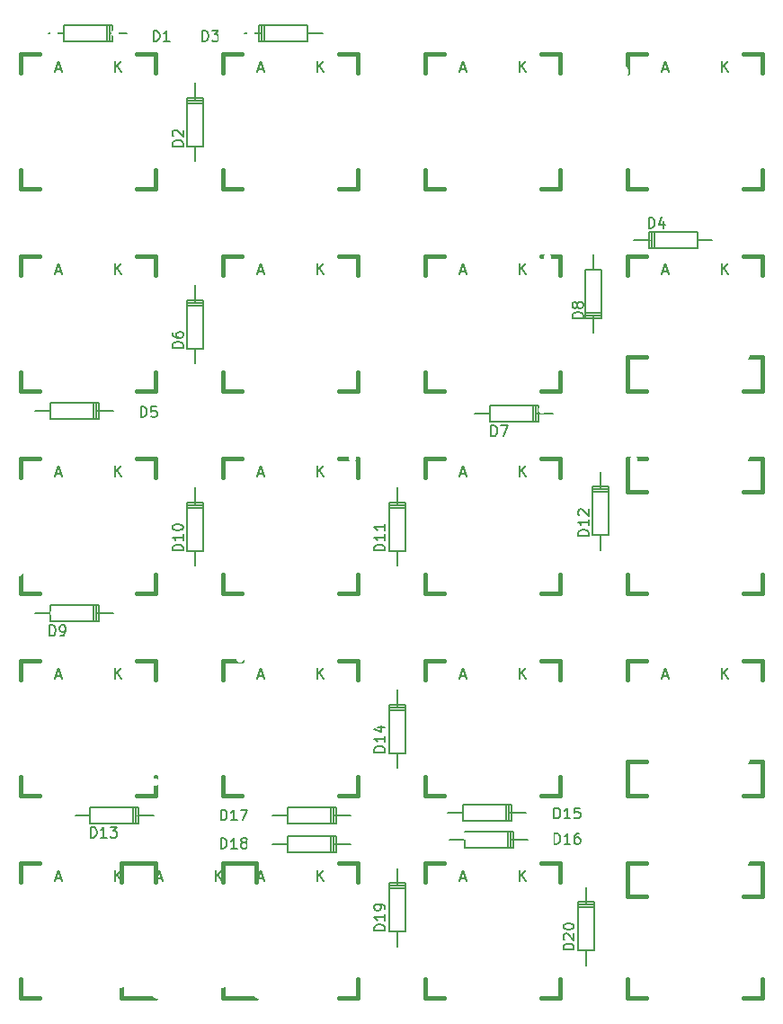
<source format=gto>
G04 #@! TF.FileFunction,Legend,Top*
%FSLAX46Y46*%
G04 Gerber Fmt 4.6, Leading zero omitted, Abs format (unit mm)*
G04 Created by KiCad (PCBNEW 4.0.2-stable) date Thursday, July 28, 2016 'PMt' 07:50:01 PM*
%MOMM*%
G01*
G04 APERTURE LIST*
%ADD10C,0.150000*%
%ADD11C,0.381000*%
%ADD12C,0.704800*%
%ADD13C,2.099260*%
%ADD14R,2.099260X2.099260*%
%ADD15C,4.387810*%
%ADD16C,2.900000*%
%ADD17R,2.400000X2.400000*%
%ADD18C,2.400000*%
%ADD19C,1.299160*%
G04 APERTURE END LIST*
D10*
X73544000Y-96250000D02*
X72147000Y-96250000D01*
X77989000Y-96250000D02*
X79513000Y-96250000D01*
X77608000Y-97012000D02*
X77608000Y-95488000D01*
X77862000Y-97012000D02*
X77862000Y-95488000D01*
X78116000Y-96250000D02*
X78116000Y-95488000D01*
X78116000Y-95488000D02*
X73544000Y-95488000D01*
X73544000Y-95488000D02*
X73544000Y-97012000D01*
X73544000Y-97012000D02*
X78116000Y-97012000D01*
X78116000Y-97012000D02*
X78116000Y-96250000D01*
D11*
X44450000Y-111125000D02*
X42672000Y-111125000D01*
X33528000Y-111125000D02*
X31750000Y-111125000D01*
X31750000Y-111125000D02*
X31750000Y-109347000D01*
X31750000Y-100203000D02*
X31750000Y-98425000D01*
X31750000Y-98425000D02*
X33528000Y-98425000D01*
X42672000Y-98425000D02*
X44450000Y-98425000D01*
X44450000Y-98425000D02*
X44450000Y-100203000D01*
X44450000Y-109347000D02*
X44450000Y-111125000D01*
X63500000Y-111125000D02*
X61722000Y-111125000D01*
X52578000Y-111125000D02*
X50800000Y-111125000D01*
X50800000Y-111125000D02*
X50800000Y-109347000D01*
X50800000Y-100203000D02*
X50800000Y-98425000D01*
X50800000Y-98425000D02*
X52578000Y-98425000D01*
X61722000Y-98425000D02*
X63500000Y-98425000D01*
X63500000Y-98425000D02*
X63500000Y-100203000D01*
X63500000Y-109347000D02*
X63500000Y-111125000D01*
X101600000Y-111125000D02*
X99822000Y-111125000D01*
X90678000Y-111125000D02*
X88900000Y-111125000D01*
X88900000Y-111125000D02*
X88900000Y-109347000D01*
X88900000Y-100203000D02*
X88900000Y-98425000D01*
X88900000Y-98425000D02*
X90678000Y-98425000D01*
X99822000Y-98425000D02*
X101600000Y-98425000D01*
X101600000Y-98425000D02*
X101600000Y-100203000D01*
X101600000Y-109347000D02*
X101600000Y-111125000D01*
X101600000Y-92075000D02*
X99822000Y-92075000D01*
X90678000Y-92075000D02*
X88900000Y-92075000D01*
X88900000Y-92075000D02*
X88900000Y-90297000D01*
X88900000Y-81153000D02*
X88900000Y-79375000D01*
X88900000Y-79375000D02*
X90678000Y-79375000D01*
X99822000Y-79375000D02*
X101600000Y-79375000D01*
X101600000Y-79375000D02*
X101600000Y-81153000D01*
X101600000Y-90297000D02*
X101600000Y-92075000D01*
X101600000Y-73025000D02*
X99822000Y-73025000D01*
X90678000Y-73025000D02*
X88900000Y-73025000D01*
X88900000Y-73025000D02*
X88900000Y-71247000D01*
X88900000Y-62103000D02*
X88900000Y-60325000D01*
X88900000Y-60325000D02*
X90678000Y-60325000D01*
X99822000Y-60325000D02*
X101600000Y-60325000D01*
X101600000Y-60325000D02*
X101600000Y-62103000D01*
X101600000Y-71247000D02*
X101600000Y-73025000D01*
X101600000Y-53975000D02*
X99822000Y-53975000D01*
X90678000Y-53975000D02*
X88900000Y-53975000D01*
X88900000Y-53975000D02*
X88900000Y-52197000D01*
X88900000Y-43053000D02*
X88900000Y-41275000D01*
X88900000Y-41275000D02*
X90678000Y-41275000D01*
X99822000Y-41275000D02*
X101600000Y-41275000D01*
X101600000Y-41275000D02*
X101600000Y-43053000D01*
X101600000Y-52197000D02*
X101600000Y-53975000D01*
X44450000Y-34925000D02*
X42672000Y-34925000D01*
X33528000Y-34925000D02*
X31750000Y-34925000D01*
X31750000Y-34925000D02*
X31750000Y-33147000D01*
X31750000Y-24003000D02*
X31750000Y-22225000D01*
X31750000Y-22225000D02*
X33528000Y-22225000D01*
X42672000Y-22225000D02*
X44450000Y-22225000D01*
X44450000Y-22225000D02*
X44450000Y-24003000D01*
X44450000Y-33147000D02*
X44450000Y-34925000D01*
D10*
X35814000Y-20320000D02*
X34417000Y-20320000D01*
X40259000Y-20320000D02*
X41783000Y-20320000D01*
X39878000Y-21082000D02*
X39878000Y-19558000D01*
X40132000Y-21082000D02*
X40132000Y-19558000D01*
X40386000Y-20320000D02*
X40386000Y-19558000D01*
X40386000Y-19558000D02*
X35814000Y-19558000D01*
X35814000Y-19558000D02*
X35814000Y-21082000D01*
X35814000Y-21082000D02*
X40386000Y-21082000D01*
X40386000Y-21082000D02*
X40386000Y-20320000D01*
D11*
X63500000Y-34925000D02*
X61722000Y-34925000D01*
X52578000Y-34925000D02*
X50800000Y-34925000D01*
X50800000Y-34925000D02*
X50800000Y-33147000D01*
X50800000Y-24003000D02*
X50800000Y-22225000D01*
X50800000Y-22225000D02*
X52578000Y-22225000D01*
X61722000Y-22225000D02*
X63500000Y-22225000D01*
X63500000Y-22225000D02*
X63500000Y-24003000D01*
X63500000Y-33147000D02*
X63500000Y-34925000D01*
D10*
X48152540Y-30941520D02*
X48152540Y-32338520D01*
X48152540Y-26496520D02*
X48152540Y-24972520D01*
X48914540Y-26877520D02*
X47390540Y-26877520D01*
X48914540Y-26623520D02*
X47390540Y-26623520D01*
X48152540Y-26369520D02*
X47390540Y-26369520D01*
X47390540Y-26369520D02*
X47390540Y-30941520D01*
X47390540Y-30941520D02*
X48914540Y-30941520D01*
X48914540Y-30941520D02*
X48914540Y-26369520D01*
X48914540Y-26369520D02*
X48152540Y-26369520D01*
D11*
X82550000Y-34925000D02*
X80772000Y-34925000D01*
X71628000Y-34925000D02*
X69850000Y-34925000D01*
X69850000Y-34925000D02*
X69850000Y-33147000D01*
X69850000Y-24003000D02*
X69850000Y-22225000D01*
X69850000Y-22225000D02*
X71628000Y-22225000D01*
X80772000Y-22225000D02*
X82550000Y-22225000D01*
X82550000Y-22225000D02*
X82550000Y-24003000D01*
X82550000Y-33147000D02*
X82550000Y-34925000D01*
D10*
X58801000Y-20320000D02*
X60198000Y-20320000D01*
X54356000Y-20320000D02*
X52832000Y-20320000D01*
X54737000Y-19558000D02*
X54737000Y-21082000D01*
X54483000Y-19558000D02*
X54483000Y-21082000D01*
X54229000Y-20320000D02*
X54229000Y-21082000D01*
X54229000Y-21082000D02*
X58801000Y-21082000D01*
X58801000Y-21082000D02*
X58801000Y-19558000D01*
X58801000Y-19558000D02*
X54229000Y-19558000D01*
X54229000Y-19558000D02*
X54229000Y-20320000D01*
D11*
X101600000Y-34925000D02*
X99822000Y-34925000D01*
X90678000Y-34925000D02*
X88900000Y-34925000D01*
X88900000Y-34925000D02*
X88900000Y-33147000D01*
X88900000Y-24003000D02*
X88900000Y-22225000D01*
X88900000Y-22225000D02*
X90678000Y-22225000D01*
X99822000Y-22225000D02*
X101600000Y-22225000D01*
X101600000Y-22225000D02*
X101600000Y-24003000D01*
X101600000Y-33147000D02*
X101600000Y-34925000D01*
D10*
X95504000Y-39750000D02*
X96901000Y-39750000D01*
X91059000Y-39750000D02*
X89535000Y-39750000D01*
X91440000Y-38988000D02*
X91440000Y-40512000D01*
X91186000Y-38988000D02*
X91186000Y-40512000D01*
X90932000Y-39750000D02*
X90932000Y-40512000D01*
X90932000Y-40512000D02*
X95504000Y-40512000D01*
X95504000Y-40512000D02*
X95504000Y-38988000D01*
X95504000Y-38988000D02*
X90932000Y-38988000D01*
X90932000Y-38988000D02*
X90932000Y-39750000D01*
D11*
X44450000Y-53975000D02*
X42672000Y-53975000D01*
X33528000Y-53975000D02*
X31750000Y-53975000D01*
X31750000Y-53975000D02*
X31750000Y-52197000D01*
X31750000Y-43053000D02*
X31750000Y-41275000D01*
X31750000Y-41275000D02*
X33528000Y-41275000D01*
X42672000Y-41275000D02*
X44450000Y-41275000D01*
X44450000Y-41275000D02*
X44450000Y-43053000D01*
X44450000Y-52197000D02*
X44450000Y-53975000D01*
D10*
X34544000Y-55880000D02*
X33147000Y-55880000D01*
X38989000Y-55880000D02*
X40513000Y-55880000D01*
X38608000Y-56642000D02*
X38608000Y-55118000D01*
X38862000Y-56642000D02*
X38862000Y-55118000D01*
X39116000Y-55880000D02*
X39116000Y-55118000D01*
X39116000Y-55118000D02*
X34544000Y-55118000D01*
X34544000Y-55118000D02*
X34544000Y-56642000D01*
X34544000Y-56642000D02*
X39116000Y-56642000D01*
X39116000Y-56642000D02*
X39116000Y-55880000D01*
D11*
X63500000Y-53975000D02*
X61722000Y-53975000D01*
X52578000Y-53975000D02*
X50800000Y-53975000D01*
X50800000Y-53975000D02*
X50800000Y-52197000D01*
X50800000Y-43053000D02*
X50800000Y-41275000D01*
X50800000Y-41275000D02*
X52578000Y-41275000D01*
X61722000Y-41275000D02*
X63500000Y-41275000D01*
X63500000Y-41275000D02*
X63500000Y-43053000D01*
X63500000Y-52197000D02*
X63500000Y-53975000D01*
D10*
X48152540Y-49991520D02*
X48152540Y-51388520D01*
X48152540Y-45546520D02*
X48152540Y-44022520D01*
X48914540Y-45927520D02*
X47390540Y-45927520D01*
X48914540Y-45673520D02*
X47390540Y-45673520D01*
X48152540Y-45419520D02*
X47390540Y-45419520D01*
X47390540Y-45419520D02*
X47390540Y-49991520D01*
X47390540Y-49991520D02*
X48914540Y-49991520D01*
X48914540Y-49991520D02*
X48914540Y-45419520D01*
X48914540Y-45419520D02*
X48152540Y-45419520D01*
D11*
X82550000Y-53975000D02*
X80772000Y-53975000D01*
X71628000Y-53975000D02*
X69850000Y-53975000D01*
X69850000Y-53975000D02*
X69850000Y-52197000D01*
X69850000Y-43053000D02*
X69850000Y-41275000D01*
X69850000Y-41275000D02*
X71628000Y-41275000D01*
X80772000Y-41275000D02*
X82550000Y-41275000D01*
X82550000Y-41275000D02*
X82550000Y-43053000D01*
X82550000Y-52197000D02*
X82550000Y-53975000D01*
D10*
X75946000Y-56134000D02*
X74549000Y-56134000D01*
X80391000Y-56134000D02*
X81915000Y-56134000D01*
X80010000Y-56896000D02*
X80010000Y-55372000D01*
X80264000Y-56896000D02*
X80264000Y-55372000D01*
X80518000Y-56134000D02*
X80518000Y-55372000D01*
X80518000Y-55372000D02*
X75946000Y-55372000D01*
X75946000Y-55372000D02*
X75946000Y-56896000D01*
X75946000Y-56896000D02*
X80518000Y-56896000D01*
X80518000Y-56896000D02*
X80518000Y-56134000D01*
D11*
X101600000Y-63500000D02*
X99822000Y-63500000D01*
X90678000Y-63500000D02*
X88900000Y-63500000D01*
X88900000Y-63500000D02*
X88900000Y-61722000D01*
X88900000Y-52578000D02*
X88900000Y-50800000D01*
X88900000Y-50800000D02*
X90678000Y-50800000D01*
X99822000Y-50800000D02*
X101600000Y-50800000D01*
X101600000Y-50800000D02*
X101600000Y-52578000D01*
X101600000Y-61722000D02*
X101600000Y-63500000D01*
D10*
X85725000Y-42544000D02*
X85725000Y-41147000D01*
X85725000Y-46989000D02*
X85725000Y-48513000D01*
X84963000Y-46608000D02*
X86487000Y-46608000D01*
X84963000Y-46862000D02*
X86487000Y-46862000D01*
X85725000Y-47116000D02*
X86487000Y-47116000D01*
X86487000Y-47116000D02*
X86487000Y-42544000D01*
X86487000Y-42544000D02*
X84963000Y-42544000D01*
X84963000Y-42544000D02*
X84963000Y-47116000D01*
X84963000Y-47116000D02*
X85725000Y-47116000D01*
D11*
X44450000Y-73025000D02*
X42672000Y-73025000D01*
X33528000Y-73025000D02*
X31750000Y-73025000D01*
X31750000Y-73025000D02*
X31750000Y-71247000D01*
X31750000Y-62103000D02*
X31750000Y-60325000D01*
X31750000Y-60325000D02*
X33528000Y-60325000D01*
X42672000Y-60325000D02*
X44450000Y-60325000D01*
X44450000Y-60325000D02*
X44450000Y-62103000D01*
X44450000Y-71247000D02*
X44450000Y-73025000D01*
D10*
X34544000Y-74930000D02*
X33147000Y-74930000D01*
X38989000Y-74930000D02*
X40513000Y-74930000D01*
X38608000Y-75692000D02*
X38608000Y-74168000D01*
X38862000Y-75692000D02*
X38862000Y-74168000D01*
X39116000Y-74930000D02*
X39116000Y-74168000D01*
X39116000Y-74168000D02*
X34544000Y-74168000D01*
X34544000Y-74168000D02*
X34544000Y-75692000D01*
X34544000Y-75692000D02*
X39116000Y-75692000D01*
X39116000Y-75692000D02*
X39116000Y-74930000D01*
D11*
X63500000Y-73025000D02*
X61722000Y-73025000D01*
X52578000Y-73025000D02*
X50800000Y-73025000D01*
X50800000Y-73025000D02*
X50800000Y-71247000D01*
X50800000Y-62103000D02*
X50800000Y-60325000D01*
X50800000Y-60325000D02*
X52578000Y-60325000D01*
X61722000Y-60325000D02*
X63500000Y-60325000D01*
X63500000Y-60325000D02*
X63500000Y-62103000D01*
X63500000Y-71247000D02*
X63500000Y-73025000D01*
D10*
X48152540Y-69041520D02*
X48152540Y-70438520D01*
X48152540Y-64596520D02*
X48152540Y-63072520D01*
X48914540Y-64977520D02*
X47390540Y-64977520D01*
X48914540Y-64723520D02*
X47390540Y-64723520D01*
X48152540Y-64469520D02*
X47390540Y-64469520D01*
X47390540Y-64469520D02*
X47390540Y-69041520D01*
X47390540Y-69041520D02*
X48914540Y-69041520D01*
X48914540Y-69041520D02*
X48914540Y-64469520D01*
X48914540Y-64469520D02*
X48152540Y-64469520D01*
D11*
X82550000Y-73025000D02*
X80772000Y-73025000D01*
X71628000Y-73025000D02*
X69850000Y-73025000D01*
X69850000Y-73025000D02*
X69850000Y-71247000D01*
X69850000Y-62103000D02*
X69850000Y-60325000D01*
X69850000Y-60325000D02*
X71628000Y-60325000D01*
X80772000Y-60325000D02*
X82550000Y-60325000D01*
X82550000Y-60325000D02*
X82550000Y-62103000D01*
X82550000Y-71247000D02*
X82550000Y-73025000D01*
D10*
X67202540Y-69041520D02*
X67202540Y-70438520D01*
X67202540Y-64596520D02*
X67202540Y-63072520D01*
X67964540Y-64977520D02*
X66440540Y-64977520D01*
X67964540Y-64723520D02*
X66440540Y-64723520D01*
X67202540Y-64469520D02*
X66440540Y-64469520D01*
X66440540Y-64469520D02*
X66440540Y-69041520D01*
X66440540Y-69041520D02*
X67964540Y-69041520D01*
X67964540Y-69041520D02*
X67964540Y-64469520D01*
X67964540Y-64469520D02*
X67202540Y-64469520D01*
D11*
X44450000Y-92075000D02*
X42672000Y-92075000D01*
X33528000Y-92075000D02*
X31750000Y-92075000D01*
X31750000Y-92075000D02*
X31750000Y-90297000D01*
X31750000Y-81153000D02*
X31750000Y-79375000D01*
X31750000Y-79375000D02*
X33528000Y-79375000D01*
X42672000Y-79375000D02*
X44450000Y-79375000D01*
X44450000Y-79375000D02*
X44450000Y-81153000D01*
X44450000Y-90297000D02*
X44450000Y-92075000D01*
D10*
X86360000Y-67564000D02*
X86360000Y-68961000D01*
X86360000Y-63119000D02*
X86360000Y-61595000D01*
X87122000Y-63500000D02*
X85598000Y-63500000D01*
X87122000Y-63246000D02*
X85598000Y-63246000D01*
X86360000Y-62992000D02*
X85598000Y-62992000D01*
X85598000Y-62992000D02*
X85598000Y-67564000D01*
X85598000Y-67564000D02*
X87122000Y-67564000D01*
X87122000Y-67564000D02*
X87122000Y-62992000D01*
X87122000Y-62992000D02*
X86360000Y-62992000D01*
D11*
X63500000Y-92075000D02*
X61722000Y-92075000D01*
X52578000Y-92075000D02*
X50800000Y-92075000D01*
X50800000Y-92075000D02*
X50800000Y-90297000D01*
X50800000Y-81153000D02*
X50800000Y-79375000D01*
X50800000Y-79375000D02*
X52578000Y-79375000D01*
X61722000Y-79375000D02*
X63500000Y-79375000D01*
X63500000Y-79375000D02*
X63500000Y-81153000D01*
X63500000Y-90297000D02*
X63500000Y-92075000D01*
D10*
X38290500Y-94000000D02*
X36893500Y-94000000D01*
X42735500Y-94000000D02*
X44259500Y-94000000D01*
X42354500Y-94762000D02*
X42354500Y-93238000D01*
X42608500Y-94762000D02*
X42608500Y-93238000D01*
X42862500Y-94000000D02*
X42862500Y-93238000D01*
X42862500Y-93238000D02*
X38290500Y-93238000D01*
X38290500Y-93238000D02*
X38290500Y-94762000D01*
X38290500Y-94762000D02*
X42862500Y-94762000D01*
X42862500Y-94762000D02*
X42862500Y-94000000D01*
D11*
X82550000Y-92075000D02*
X80772000Y-92075000D01*
X71628000Y-92075000D02*
X69850000Y-92075000D01*
X69850000Y-92075000D02*
X69850000Y-90297000D01*
X69850000Y-81153000D02*
X69850000Y-79375000D01*
X69850000Y-79375000D02*
X71628000Y-79375000D01*
X80772000Y-79375000D02*
X82550000Y-79375000D01*
X82550000Y-79375000D02*
X82550000Y-81153000D01*
X82550000Y-90297000D02*
X82550000Y-92075000D01*
D10*
X67202540Y-88091520D02*
X67202540Y-89488520D01*
X67202540Y-83646520D02*
X67202540Y-82122520D01*
X67964540Y-84027520D02*
X66440540Y-84027520D01*
X67964540Y-83773520D02*
X66440540Y-83773520D01*
X67202540Y-83519520D02*
X66440540Y-83519520D01*
X66440540Y-83519520D02*
X66440540Y-88091520D01*
X66440540Y-88091520D02*
X67964540Y-88091520D01*
X67964540Y-88091520D02*
X67964540Y-83519520D01*
X67964540Y-83519520D02*
X67202540Y-83519520D01*
X73406000Y-93726000D02*
X72009000Y-93726000D01*
X77851000Y-93726000D02*
X79375000Y-93726000D01*
X77470000Y-94488000D02*
X77470000Y-92964000D01*
X77724000Y-94488000D02*
X77724000Y-92964000D01*
X77978000Y-93726000D02*
X77978000Y-92964000D01*
X77978000Y-92964000D02*
X73406000Y-92964000D01*
X73406000Y-92964000D02*
X73406000Y-94488000D01*
X73406000Y-94488000D02*
X77978000Y-94488000D01*
X77978000Y-94488000D02*
X77978000Y-93726000D01*
D11*
X53975000Y-111125000D02*
X52197000Y-111125000D01*
X43053000Y-111125000D02*
X41275000Y-111125000D01*
X41275000Y-111125000D02*
X41275000Y-109347000D01*
X41275000Y-100203000D02*
X41275000Y-98425000D01*
X41275000Y-98425000D02*
X43053000Y-98425000D01*
X52197000Y-98425000D02*
X53975000Y-98425000D01*
X53975000Y-98425000D02*
X53975000Y-100203000D01*
X53975000Y-109347000D02*
X53975000Y-111125000D01*
X82550000Y-111125000D02*
X80772000Y-111125000D01*
X71628000Y-111125000D02*
X69850000Y-111125000D01*
X69850000Y-111125000D02*
X69850000Y-109347000D01*
X69850000Y-100203000D02*
X69850000Y-98425000D01*
X69850000Y-98425000D02*
X71628000Y-98425000D01*
X80772000Y-98425000D02*
X82550000Y-98425000D01*
X82550000Y-98425000D02*
X82550000Y-100203000D01*
X82550000Y-109347000D02*
X82550000Y-111125000D01*
D10*
X56883480Y-93980000D02*
X55486480Y-93980000D01*
X61328480Y-93980000D02*
X62852480Y-93980000D01*
X60947480Y-94742000D02*
X60947480Y-93218000D01*
X61201480Y-94742000D02*
X61201480Y-93218000D01*
X61455480Y-93980000D02*
X61455480Y-93218000D01*
X61455480Y-93218000D02*
X56883480Y-93218000D01*
X56883480Y-93218000D02*
X56883480Y-94742000D01*
X56883480Y-94742000D02*
X61455480Y-94742000D01*
X61455480Y-94742000D02*
X61455480Y-93980000D01*
D11*
X101600000Y-101600000D02*
X99822000Y-101600000D01*
X90678000Y-101600000D02*
X88900000Y-101600000D01*
X88900000Y-101600000D02*
X88900000Y-99822000D01*
X88900000Y-90678000D02*
X88900000Y-88900000D01*
X88900000Y-88900000D02*
X90678000Y-88900000D01*
X99822000Y-88900000D02*
X101600000Y-88900000D01*
X101600000Y-88900000D02*
X101600000Y-90678000D01*
X101600000Y-99822000D02*
X101600000Y-101600000D01*
D10*
X56896000Y-96647000D02*
X55499000Y-96647000D01*
X61341000Y-96647000D02*
X62865000Y-96647000D01*
X60960000Y-97409000D02*
X60960000Y-95885000D01*
X61214000Y-97409000D02*
X61214000Y-95885000D01*
X61468000Y-96647000D02*
X61468000Y-95885000D01*
X61468000Y-95885000D02*
X56896000Y-95885000D01*
X56896000Y-95885000D02*
X56896000Y-97409000D01*
X56896000Y-97409000D02*
X61468000Y-97409000D01*
X61468000Y-97409000D02*
X61468000Y-96647000D01*
X67250000Y-104902000D02*
X67250000Y-106299000D01*
X67250000Y-100457000D02*
X67250000Y-98933000D01*
X68012000Y-100838000D02*
X66488000Y-100838000D01*
X68012000Y-100584000D02*
X66488000Y-100584000D01*
X67250000Y-100330000D02*
X66488000Y-100330000D01*
X66488000Y-100330000D02*
X66488000Y-104902000D01*
X66488000Y-104902000D02*
X68012000Y-104902000D01*
X68012000Y-104902000D02*
X68012000Y-100330000D01*
X68012000Y-100330000D02*
X67250000Y-100330000D01*
X85002540Y-106706000D02*
X85002540Y-108103000D01*
X85002540Y-102261000D02*
X85002540Y-100737000D01*
X85764540Y-102642000D02*
X84240540Y-102642000D01*
X85764540Y-102388000D02*
X84240540Y-102388000D01*
X85002540Y-102134000D02*
X84240540Y-102134000D01*
X84240540Y-102134000D02*
X84240540Y-106706000D01*
X84240540Y-106706000D02*
X85764540Y-106706000D01*
X85764540Y-106706000D02*
X85764540Y-102134000D01*
X85764540Y-102134000D02*
X85002540Y-102134000D01*
X81985714Y-96652381D02*
X81985714Y-95652381D01*
X82223809Y-95652381D01*
X82366667Y-95700000D01*
X82461905Y-95795238D01*
X82509524Y-95890476D01*
X82557143Y-96080952D01*
X82557143Y-96223810D01*
X82509524Y-96414286D01*
X82461905Y-96509524D01*
X82366667Y-96604762D01*
X82223809Y-96652381D01*
X81985714Y-96652381D01*
X83509524Y-96652381D02*
X82938095Y-96652381D01*
X83223809Y-96652381D02*
X83223809Y-95652381D01*
X83128571Y-95795238D01*
X83033333Y-95890476D01*
X82938095Y-95938095D01*
X84366667Y-95652381D02*
X84176190Y-95652381D01*
X84080952Y-95700000D01*
X84033333Y-95747619D01*
X83938095Y-95890476D01*
X83890476Y-96080952D01*
X83890476Y-96461905D01*
X83938095Y-96557143D01*
X83985714Y-96604762D01*
X84080952Y-96652381D01*
X84271429Y-96652381D01*
X84366667Y-96604762D01*
X84414286Y-96557143D01*
X84461905Y-96461905D01*
X84461905Y-96223810D01*
X84414286Y-96128571D01*
X84366667Y-96080952D01*
X84271429Y-96033333D01*
X84080952Y-96033333D01*
X83985714Y-96080952D01*
X83938095Y-96128571D01*
X83890476Y-96223810D01*
X35067905Y-99861667D02*
X35544096Y-99861667D01*
X34972667Y-100147381D02*
X35306000Y-99147381D01*
X35639334Y-100147381D01*
X40632095Y-100147381D02*
X40632095Y-99147381D01*
X41203524Y-100147381D02*
X40774952Y-99575952D01*
X41203524Y-99147381D02*
X40632095Y-99718810D01*
X54117905Y-99861667D02*
X54594096Y-99861667D01*
X54022667Y-100147381D02*
X54356000Y-99147381D01*
X54689334Y-100147381D01*
X59682095Y-100147381D02*
X59682095Y-99147381D01*
X60253524Y-100147381D02*
X59824952Y-99575952D01*
X60253524Y-99147381D02*
X59682095Y-99718810D01*
X92217905Y-99861667D02*
X92694096Y-99861667D01*
X92122667Y-100147381D02*
X92456000Y-99147381D01*
X92789334Y-100147381D01*
X97782095Y-100147381D02*
X97782095Y-99147381D01*
X98353524Y-100147381D02*
X97924952Y-99575952D01*
X98353524Y-99147381D02*
X97782095Y-99718810D01*
X92217905Y-80811667D02*
X92694096Y-80811667D01*
X92122667Y-81097381D02*
X92456000Y-80097381D01*
X92789334Y-81097381D01*
X97782095Y-81097381D02*
X97782095Y-80097381D01*
X98353524Y-81097381D02*
X97924952Y-80525952D01*
X98353524Y-80097381D02*
X97782095Y-80668810D01*
X92217905Y-42711667D02*
X92694096Y-42711667D01*
X92122667Y-42997381D02*
X92456000Y-41997381D01*
X92789334Y-42997381D01*
X97782095Y-42997381D02*
X97782095Y-41997381D01*
X98353524Y-42997381D02*
X97924952Y-42425952D01*
X98353524Y-41997381D02*
X97782095Y-42568810D01*
X35067905Y-23661667D02*
X35544096Y-23661667D01*
X34972667Y-23947381D02*
X35306000Y-22947381D01*
X35639334Y-23947381D01*
X40632095Y-23947381D02*
X40632095Y-22947381D01*
X41203524Y-23947381D02*
X40774952Y-23375952D01*
X41203524Y-22947381D02*
X40632095Y-23518810D01*
X44261905Y-21052381D02*
X44261905Y-20052381D01*
X44500000Y-20052381D01*
X44642858Y-20100000D01*
X44738096Y-20195238D01*
X44785715Y-20290476D01*
X44833334Y-20480952D01*
X44833334Y-20623810D01*
X44785715Y-20814286D01*
X44738096Y-20909524D01*
X44642858Y-21004762D01*
X44500000Y-21052381D01*
X44261905Y-21052381D01*
X45785715Y-21052381D02*
X45214286Y-21052381D01*
X45500000Y-21052381D02*
X45500000Y-20052381D01*
X45404762Y-20195238D01*
X45309524Y-20290476D01*
X45214286Y-20338095D01*
X54117905Y-23661667D02*
X54594096Y-23661667D01*
X54022667Y-23947381D02*
X54356000Y-22947381D01*
X54689334Y-23947381D01*
X59682095Y-23947381D02*
X59682095Y-22947381D01*
X60253524Y-23947381D02*
X59824952Y-23375952D01*
X60253524Y-22947381D02*
X59682095Y-23518810D01*
X47052381Y-30938095D02*
X46052381Y-30938095D01*
X46052381Y-30700000D01*
X46100000Y-30557142D01*
X46195238Y-30461904D01*
X46290476Y-30414285D01*
X46480952Y-30366666D01*
X46623810Y-30366666D01*
X46814286Y-30414285D01*
X46909524Y-30461904D01*
X47004762Y-30557142D01*
X47052381Y-30700000D01*
X47052381Y-30938095D01*
X46147619Y-29985714D02*
X46100000Y-29938095D01*
X46052381Y-29842857D01*
X46052381Y-29604761D01*
X46100000Y-29509523D01*
X46147619Y-29461904D01*
X46242857Y-29414285D01*
X46338095Y-29414285D01*
X46480952Y-29461904D01*
X47052381Y-30033333D01*
X47052381Y-29414285D01*
X73167905Y-23661667D02*
X73644096Y-23661667D01*
X73072667Y-23947381D02*
X73406000Y-22947381D01*
X73739334Y-23947381D01*
X78732095Y-23947381D02*
X78732095Y-22947381D01*
X79303524Y-23947381D02*
X78874952Y-23375952D01*
X79303524Y-22947381D02*
X78732095Y-23518810D01*
X48861905Y-21052381D02*
X48861905Y-20052381D01*
X49100000Y-20052381D01*
X49242858Y-20100000D01*
X49338096Y-20195238D01*
X49385715Y-20290476D01*
X49433334Y-20480952D01*
X49433334Y-20623810D01*
X49385715Y-20814286D01*
X49338096Y-20909524D01*
X49242858Y-21004762D01*
X49100000Y-21052381D01*
X48861905Y-21052381D01*
X49766667Y-20052381D02*
X50385715Y-20052381D01*
X50052381Y-20433333D01*
X50195239Y-20433333D01*
X50290477Y-20480952D01*
X50338096Y-20528571D01*
X50385715Y-20623810D01*
X50385715Y-20861905D01*
X50338096Y-20957143D01*
X50290477Y-21004762D01*
X50195239Y-21052381D01*
X49909524Y-21052381D01*
X49814286Y-21004762D01*
X49766667Y-20957143D01*
X92217905Y-23661667D02*
X92694096Y-23661667D01*
X92122667Y-23947381D02*
X92456000Y-22947381D01*
X92789334Y-23947381D01*
X97782095Y-23947381D02*
X97782095Y-22947381D01*
X98353524Y-23947381D02*
X97924952Y-23375952D01*
X98353524Y-22947381D02*
X97782095Y-23518810D01*
X90899905Y-38652381D02*
X90899905Y-37652381D01*
X91138000Y-37652381D01*
X91280858Y-37700000D01*
X91376096Y-37795238D01*
X91423715Y-37890476D01*
X91471334Y-38080952D01*
X91471334Y-38223810D01*
X91423715Y-38414286D01*
X91376096Y-38509524D01*
X91280858Y-38604762D01*
X91138000Y-38652381D01*
X90899905Y-38652381D01*
X92328477Y-37985714D02*
X92328477Y-38652381D01*
X92090381Y-37604762D02*
X91852286Y-38319048D01*
X92471334Y-38319048D01*
X35067905Y-42711667D02*
X35544096Y-42711667D01*
X34972667Y-42997381D02*
X35306000Y-41997381D01*
X35639334Y-42997381D01*
X40632095Y-42997381D02*
X40632095Y-41997381D01*
X41203524Y-42997381D02*
X40774952Y-42425952D01*
X41203524Y-41997381D02*
X40632095Y-42568810D01*
X43061905Y-56452381D02*
X43061905Y-55452381D01*
X43300000Y-55452381D01*
X43442858Y-55500000D01*
X43538096Y-55595238D01*
X43585715Y-55690476D01*
X43633334Y-55880952D01*
X43633334Y-56023810D01*
X43585715Y-56214286D01*
X43538096Y-56309524D01*
X43442858Y-56404762D01*
X43300000Y-56452381D01*
X43061905Y-56452381D01*
X44538096Y-55452381D02*
X44061905Y-55452381D01*
X44014286Y-55928571D01*
X44061905Y-55880952D01*
X44157143Y-55833333D01*
X44395239Y-55833333D01*
X44490477Y-55880952D01*
X44538096Y-55928571D01*
X44585715Y-56023810D01*
X44585715Y-56261905D01*
X44538096Y-56357143D01*
X44490477Y-56404762D01*
X44395239Y-56452381D01*
X44157143Y-56452381D01*
X44061905Y-56404762D01*
X44014286Y-56357143D01*
X54117905Y-42711667D02*
X54594096Y-42711667D01*
X54022667Y-42997381D02*
X54356000Y-41997381D01*
X54689334Y-42997381D01*
X59682095Y-42997381D02*
X59682095Y-41997381D01*
X60253524Y-42997381D02*
X59824952Y-42425952D01*
X60253524Y-41997381D02*
X59682095Y-42568810D01*
X47052381Y-49938095D02*
X46052381Y-49938095D01*
X46052381Y-49700000D01*
X46100000Y-49557142D01*
X46195238Y-49461904D01*
X46290476Y-49414285D01*
X46480952Y-49366666D01*
X46623810Y-49366666D01*
X46814286Y-49414285D01*
X46909524Y-49461904D01*
X47004762Y-49557142D01*
X47052381Y-49700000D01*
X47052381Y-49938095D01*
X46052381Y-48509523D02*
X46052381Y-48700000D01*
X46100000Y-48795238D01*
X46147619Y-48842857D01*
X46290476Y-48938095D01*
X46480952Y-48985714D01*
X46861905Y-48985714D01*
X46957143Y-48938095D01*
X47004762Y-48890476D01*
X47052381Y-48795238D01*
X47052381Y-48604761D01*
X47004762Y-48509523D01*
X46957143Y-48461904D01*
X46861905Y-48414285D01*
X46623810Y-48414285D01*
X46528571Y-48461904D01*
X46480952Y-48509523D01*
X46433333Y-48604761D01*
X46433333Y-48795238D01*
X46480952Y-48890476D01*
X46528571Y-48938095D01*
X46623810Y-48985714D01*
X73167905Y-42711667D02*
X73644096Y-42711667D01*
X73072667Y-42997381D02*
X73406000Y-41997381D01*
X73739334Y-42997381D01*
X78732095Y-42997381D02*
X78732095Y-41997381D01*
X79303524Y-42997381D02*
X78874952Y-42425952D01*
X79303524Y-41997381D02*
X78732095Y-42568810D01*
X76061905Y-58252381D02*
X76061905Y-57252381D01*
X76300000Y-57252381D01*
X76442858Y-57300000D01*
X76538096Y-57395238D01*
X76585715Y-57490476D01*
X76633334Y-57680952D01*
X76633334Y-57823810D01*
X76585715Y-58014286D01*
X76538096Y-58109524D01*
X76442858Y-58204762D01*
X76300000Y-58252381D01*
X76061905Y-58252381D01*
X76966667Y-57252381D02*
X77633334Y-57252381D01*
X77204762Y-58252381D01*
X84727381Y-47138095D02*
X83727381Y-47138095D01*
X83727381Y-46900000D01*
X83775000Y-46757142D01*
X83870238Y-46661904D01*
X83965476Y-46614285D01*
X84155952Y-46566666D01*
X84298810Y-46566666D01*
X84489286Y-46614285D01*
X84584524Y-46661904D01*
X84679762Y-46757142D01*
X84727381Y-46900000D01*
X84727381Y-47138095D01*
X84155952Y-45995238D02*
X84108333Y-46090476D01*
X84060714Y-46138095D01*
X83965476Y-46185714D01*
X83917857Y-46185714D01*
X83822619Y-46138095D01*
X83775000Y-46090476D01*
X83727381Y-45995238D01*
X83727381Y-45804761D01*
X83775000Y-45709523D01*
X83822619Y-45661904D01*
X83917857Y-45614285D01*
X83965476Y-45614285D01*
X84060714Y-45661904D01*
X84108333Y-45709523D01*
X84155952Y-45804761D01*
X84155952Y-45995238D01*
X84203571Y-46090476D01*
X84251190Y-46138095D01*
X84346429Y-46185714D01*
X84536905Y-46185714D01*
X84632143Y-46138095D01*
X84679762Y-46090476D01*
X84727381Y-45995238D01*
X84727381Y-45804761D01*
X84679762Y-45709523D01*
X84632143Y-45661904D01*
X84536905Y-45614285D01*
X84346429Y-45614285D01*
X84251190Y-45661904D01*
X84203571Y-45709523D01*
X84155952Y-45804761D01*
X35067905Y-61761667D02*
X35544096Y-61761667D01*
X34972667Y-62047381D02*
X35306000Y-61047381D01*
X35639334Y-62047381D01*
X40632095Y-62047381D02*
X40632095Y-61047381D01*
X41203524Y-62047381D02*
X40774952Y-61475952D01*
X41203524Y-61047381D02*
X40632095Y-61618810D01*
X34461905Y-77052381D02*
X34461905Y-76052381D01*
X34700000Y-76052381D01*
X34842858Y-76100000D01*
X34938096Y-76195238D01*
X34985715Y-76290476D01*
X35033334Y-76480952D01*
X35033334Y-76623810D01*
X34985715Y-76814286D01*
X34938096Y-76909524D01*
X34842858Y-77004762D01*
X34700000Y-77052381D01*
X34461905Y-77052381D01*
X35509524Y-77052381D02*
X35700000Y-77052381D01*
X35795239Y-77004762D01*
X35842858Y-76957143D01*
X35938096Y-76814286D01*
X35985715Y-76623810D01*
X35985715Y-76242857D01*
X35938096Y-76147619D01*
X35890477Y-76100000D01*
X35795239Y-76052381D01*
X35604762Y-76052381D01*
X35509524Y-76100000D01*
X35461905Y-76147619D01*
X35414286Y-76242857D01*
X35414286Y-76480952D01*
X35461905Y-76576190D01*
X35509524Y-76623810D01*
X35604762Y-76671429D01*
X35795239Y-76671429D01*
X35890477Y-76623810D01*
X35938096Y-76576190D01*
X35985715Y-76480952D01*
X54117905Y-61761667D02*
X54594096Y-61761667D01*
X54022667Y-62047381D02*
X54356000Y-61047381D01*
X54689334Y-62047381D01*
X59682095Y-62047381D02*
X59682095Y-61047381D01*
X60253524Y-62047381D02*
X59824952Y-61475952D01*
X60253524Y-61047381D02*
X59682095Y-61618810D01*
X47052381Y-69014286D02*
X46052381Y-69014286D01*
X46052381Y-68776191D01*
X46100000Y-68633333D01*
X46195238Y-68538095D01*
X46290476Y-68490476D01*
X46480952Y-68442857D01*
X46623810Y-68442857D01*
X46814286Y-68490476D01*
X46909524Y-68538095D01*
X47004762Y-68633333D01*
X47052381Y-68776191D01*
X47052381Y-69014286D01*
X47052381Y-67490476D02*
X47052381Y-68061905D01*
X47052381Y-67776191D02*
X46052381Y-67776191D01*
X46195238Y-67871429D01*
X46290476Y-67966667D01*
X46338095Y-68061905D01*
X46052381Y-66871429D02*
X46052381Y-66776190D01*
X46100000Y-66680952D01*
X46147619Y-66633333D01*
X46242857Y-66585714D01*
X46433333Y-66538095D01*
X46671429Y-66538095D01*
X46861905Y-66585714D01*
X46957143Y-66633333D01*
X47004762Y-66680952D01*
X47052381Y-66776190D01*
X47052381Y-66871429D01*
X47004762Y-66966667D01*
X46957143Y-67014286D01*
X46861905Y-67061905D01*
X46671429Y-67109524D01*
X46433333Y-67109524D01*
X46242857Y-67061905D01*
X46147619Y-67014286D01*
X46100000Y-66966667D01*
X46052381Y-66871429D01*
X73167905Y-61761667D02*
X73644096Y-61761667D01*
X73072667Y-62047381D02*
X73406000Y-61047381D01*
X73739334Y-62047381D01*
X78732095Y-62047381D02*
X78732095Y-61047381D01*
X79303524Y-62047381D02*
X78874952Y-61475952D01*
X79303524Y-61047381D02*
X78732095Y-61618810D01*
X66052381Y-69014286D02*
X65052381Y-69014286D01*
X65052381Y-68776191D01*
X65100000Y-68633333D01*
X65195238Y-68538095D01*
X65290476Y-68490476D01*
X65480952Y-68442857D01*
X65623810Y-68442857D01*
X65814286Y-68490476D01*
X65909524Y-68538095D01*
X66004762Y-68633333D01*
X66052381Y-68776191D01*
X66052381Y-69014286D01*
X66052381Y-67490476D02*
X66052381Y-68061905D01*
X66052381Y-67776191D02*
X65052381Y-67776191D01*
X65195238Y-67871429D01*
X65290476Y-67966667D01*
X65338095Y-68061905D01*
X66052381Y-66538095D02*
X66052381Y-67109524D01*
X66052381Y-66823810D02*
X65052381Y-66823810D01*
X65195238Y-66919048D01*
X65290476Y-67014286D01*
X65338095Y-67109524D01*
X35067905Y-80811667D02*
X35544096Y-80811667D01*
X34972667Y-81097381D02*
X35306000Y-80097381D01*
X35639334Y-81097381D01*
X40632095Y-81097381D02*
X40632095Y-80097381D01*
X41203524Y-81097381D02*
X40774952Y-80525952D01*
X41203524Y-80097381D02*
X40632095Y-80668810D01*
X85252381Y-67614286D02*
X84252381Y-67614286D01*
X84252381Y-67376191D01*
X84300000Y-67233333D01*
X84395238Y-67138095D01*
X84490476Y-67090476D01*
X84680952Y-67042857D01*
X84823810Y-67042857D01*
X85014286Y-67090476D01*
X85109524Y-67138095D01*
X85204762Y-67233333D01*
X85252381Y-67376191D01*
X85252381Y-67614286D01*
X85252381Y-66090476D02*
X85252381Y-66661905D01*
X85252381Y-66376191D02*
X84252381Y-66376191D01*
X84395238Y-66471429D01*
X84490476Y-66566667D01*
X84538095Y-66661905D01*
X84347619Y-65709524D02*
X84300000Y-65661905D01*
X84252381Y-65566667D01*
X84252381Y-65328571D01*
X84300000Y-65233333D01*
X84347619Y-65185714D01*
X84442857Y-65138095D01*
X84538095Y-65138095D01*
X84680952Y-65185714D01*
X85252381Y-65757143D01*
X85252381Y-65138095D01*
X54117905Y-80811667D02*
X54594096Y-80811667D01*
X54022667Y-81097381D02*
X54356000Y-80097381D01*
X54689334Y-81097381D01*
X59682095Y-81097381D02*
X59682095Y-80097381D01*
X60253524Y-81097381D02*
X59824952Y-80525952D01*
X60253524Y-80097381D02*
X59682095Y-80668810D01*
X38342214Y-96052381D02*
X38342214Y-95052381D01*
X38580309Y-95052381D01*
X38723167Y-95100000D01*
X38818405Y-95195238D01*
X38866024Y-95290476D01*
X38913643Y-95480952D01*
X38913643Y-95623810D01*
X38866024Y-95814286D01*
X38818405Y-95909524D01*
X38723167Y-96004762D01*
X38580309Y-96052381D01*
X38342214Y-96052381D01*
X39866024Y-96052381D02*
X39294595Y-96052381D01*
X39580309Y-96052381D02*
X39580309Y-95052381D01*
X39485071Y-95195238D01*
X39389833Y-95290476D01*
X39294595Y-95338095D01*
X40199357Y-95052381D02*
X40818405Y-95052381D01*
X40485071Y-95433333D01*
X40627929Y-95433333D01*
X40723167Y-95480952D01*
X40770786Y-95528571D01*
X40818405Y-95623810D01*
X40818405Y-95861905D01*
X40770786Y-95957143D01*
X40723167Y-96004762D01*
X40627929Y-96052381D01*
X40342214Y-96052381D01*
X40246976Y-96004762D01*
X40199357Y-95957143D01*
X73167905Y-80811667D02*
X73644096Y-80811667D01*
X73072667Y-81097381D02*
X73406000Y-80097381D01*
X73739334Y-81097381D01*
X78732095Y-81097381D02*
X78732095Y-80097381D01*
X79303524Y-81097381D02*
X78874952Y-80525952D01*
X79303524Y-80097381D02*
X78732095Y-80668810D01*
X66052381Y-88014286D02*
X65052381Y-88014286D01*
X65052381Y-87776191D01*
X65100000Y-87633333D01*
X65195238Y-87538095D01*
X65290476Y-87490476D01*
X65480952Y-87442857D01*
X65623810Y-87442857D01*
X65814286Y-87490476D01*
X65909524Y-87538095D01*
X66004762Y-87633333D01*
X66052381Y-87776191D01*
X66052381Y-88014286D01*
X66052381Y-86490476D02*
X66052381Y-87061905D01*
X66052381Y-86776191D02*
X65052381Y-86776191D01*
X65195238Y-86871429D01*
X65290476Y-86966667D01*
X65338095Y-87061905D01*
X65385714Y-85633333D02*
X66052381Y-85633333D01*
X65004762Y-85871429D02*
X65719048Y-86109524D01*
X65719048Y-85490476D01*
X81985714Y-94252381D02*
X81985714Y-93252381D01*
X82223809Y-93252381D01*
X82366667Y-93300000D01*
X82461905Y-93395238D01*
X82509524Y-93490476D01*
X82557143Y-93680952D01*
X82557143Y-93823810D01*
X82509524Y-94014286D01*
X82461905Y-94109524D01*
X82366667Y-94204762D01*
X82223809Y-94252381D01*
X81985714Y-94252381D01*
X83509524Y-94252381D02*
X82938095Y-94252381D01*
X83223809Y-94252381D02*
X83223809Y-93252381D01*
X83128571Y-93395238D01*
X83033333Y-93490476D01*
X82938095Y-93538095D01*
X84414286Y-93252381D02*
X83938095Y-93252381D01*
X83890476Y-93728571D01*
X83938095Y-93680952D01*
X84033333Y-93633333D01*
X84271429Y-93633333D01*
X84366667Y-93680952D01*
X84414286Y-93728571D01*
X84461905Y-93823810D01*
X84461905Y-94061905D01*
X84414286Y-94157143D01*
X84366667Y-94204762D01*
X84271429Y-94252381D01*
X84033333Y-94252381D01*
X83938095Y-94204762D01*
X83890476Y-94157143D01*
X44592905Y-99861667D02*
X45069096Y-99861667D01*
X44497667Y-100147381D02*
X44831000Y-99147381D01*
X45164334Y-100147381D01*
X50157095Y-100147381D02*
X50157095Y-99147381D01*
X50728524Y-100147381D02*
X50299952Y-99575952D01*
X50728524Y-99147381D02*
X50157095Y-99718810D01*
X73167905Y-99861667D02*
X73644096Y-99861667D01*
X73072667Y-100147381D02*
X73406000Y-99147381D01*
X73739334Y-100147381D01*
X78732095Y-100147381D02*
X78732095Y-99147381D01*
X79303524Y-100147381D02*
X78874952Y-99575952D01*
X79303524Y-99147381D02*
X78732095Y-99718810D01*
X50601714Y-94432381D02*
X50601714Y-93432381D01*
X50839809Y-93432381D01*
X50982667Y-93480000D01*
X51077905Y-93575238D01*
X51125524Y-93670476D01*
X51173143Y-93860952D01*
X51173143Y-94003810D01*
X51125524Y-94194286D01*
X51077905Y-94289524D01*
X50982667Y-94384762D01*
X50839809Y-94432381D01*
X50601714Y-94432381D01*
X52125524Y-94432381D02*
X51554095Y-94432381D01*
X51839809Y-94432381D02*
X51839809Y-93432381D01*
X51744571Y-93575238D01*
X51649333Y-93670476D01*
X51554095Y-93718095D01*
X52458857Y-93432381D02*
X53125524Y-93432381D01*
X52696952Y-94432381D01*
X92217905Y-90336667D02*
X92694096Y-90336667D01*
X92122667Y-90622381D02*
X92456000Y-89622381D01*
X92789334Y-90622381D01*
X97782095Y-90622381D02*
X97782095Y-89622381D01*
X98353524Y-90622381D02*
X97924952Y-90050952D01*
X98353524Y-89622381D02*
X97782095Y-90193810D01*
X50601714Y-97099381D02*
X50601714Y-96099381D01*
X50839809Y-96099381D01*
X50982667Y-96147000D01*
X51077905Y-96242238D01*
X51125524Y-96337476D01*
X51173143Y-96527952D01*
X51173143Y-96670810D01*
X51125524Y-96861286D01*
X51077905Y-96956524D01*
X50982667Y-97051762D01*
X50839809Y-97099381D01*
X50601714Y-97099381D01*
X52125524Y-97099381D02*
X51554095Y-97099381D01*
X51839809Y-97099381D02*
X51839809Y-96099381D01*
X51744571Y-96242238D01*
X51649333Y-96337476D01*
X51554095Y-96385095D01*
X52696952Y-96527952D02*
X52601714Y-96480333D01*
X52554095Y-96432714D01*
X52506476Y-96337476D01*
X52506476Y-96289857D01*
X52554095Y-96194619D01*
X52601714Y-96147000D01*
X52696952Y-96099381D01*
X52887429Y-96099381D01*
X52982667Y-96147000D01*
X53030286Y-96194619D01*
X53077905Y-96289857D01*
X53077905Y-96337476D01*
X53030286Y-96432714D01*
X52982667Y-96480333D01*
X52887429Y-96527952D01*
X52696952Y-96527952D01*
X52601714Y-96575571D01*
X52554095Y-96623190D01*
X52506476Y-96718429D01*
X52506476Y-96908905D01*
X52554095Y-97004143D01*
X52601714Y-97051762D01*
X52696952Y-97099381D01*
X52887429Y-97099381D01*
X52982667Y-97051762D01*
X53030286Y-97004143D01*
X53077905Y-96908905D01*
X53077905Y-96718429D01*
X53030286Y-96623190D01*
X52982667Y-96575571D01*
X52887429Y-96527952D01*
X66052381Y-104810286D02*
X65052381Y-104810286D01*
X65052381Y-104572191D01*
X65100000Y-104429333D01*
X65195238Y-104334095D01*
X65290476Y-104286476D01*
X65480952Y-104238857D01*
X65623810Y-104238857D01*
X65814286Y-104286476D01*
X65909524Y-104334095D01*
X66004762Y-104429333D01*
X66052381Y-104572191D01*
X66052381Y-104810286D01*
X66052381Y-103286476D02*
X66052381Y-103857905D01*
X66052381Y-103572191D02*
X65052381Y-103572191D01*
X65195238Y-103667429D01*
X65290476Y-103762667D01*
X65338095Y-103857905D01*
X66052381Y-102810286D02*
X66052381Y-102619810D01*
X66004762Y-102524571D01*
X65957143Y-102476952D01*
X65814286Y-102381714D01*
X65623810Y-102334095D01*
X65242857Y-102334095D01*
X65147619Y-102381714D01*
X65100000Y-102429333D01*
X65052381Y-102524571D01*
X65052381Y-102715048D01*
X65100000Y-102810286D01*
X65147619Y-102857905D01*
X65242857Y-102905524D01*
X65480952Y-102905524D01*
X65576190Y-102857905D01*
X65623810Y-102810286D01*
X65671429Y-102715048D01*
X65671429Y-102524571D01*
X65623810Y-102429333D01*
X65576190Y-102381714D01*
X65480952Y-102334095D01*
X83852381Y-106614286D02*
X82852381Y-106614286D01*
X82852381Y-106376191D01*
X82900000Y-106233333D01*
X82995238Y-106138095D01*
X83090476Y-106090476D01*
X83280952Y-106042857D01*
X83423810Y-106042857D01*
X83614286Y-106090476D01*
X83709524Y-106138095D01*
X83804762Y-106233333D01*
X83852381Y-106376191D01*
X83852381Y-106614286D01*
X82947619Y-105661905D02*
X82900000Y-105614286D01*
X82852381Y-105519048D01*
X82852381Y-105280952D01*
X82900000Y-105185714D01*
X82947619Y-105138095D01*
X83042857Y-105090476D01*
X83138095Y-105090476D01*
X83280952Y-105138095D01*
X83852381Y-105709524D01*
X83852381Y-105090476D01*
X82852381Y-104471429D02*
X82852381Y-104376190D01*
X82900000Y-104280952D01*
X82947619Y-104233333D01*
X83042857Y-104185714D01*
X83233333Y-104138095D01*
X83471429Y-104138095D01*
X83661905Y-104185714D01*
X83757143Y-104233333D01*
X83804762Y-104280952D01*
X83852381Y-104376190D01*
X83852381Y-104471429D01*
X83804762Y-104566667D01*
X83757143Y-104614286D01*
X83661905Y-104661905D01*
X83471429Y-104709524D01*
X83233333Y-104709524D01*
X83042857Y-104661905D01*
X82947619Y-104614286D01*
X82900000Y-104566667D01*
X82852381Y-104471429D01*
%LPC*%
D12*
X91821000Y-41021000D03*
X95377000Y-32766000D03*
X97663000Y-36195000D03*
X43815000Y-57785000D03*
X81915000Y-58864500D03*
X69977000Y-59436000D03*
X63000000Y-60325000D03*
X31940500Y-94742000D03*
X57721500Y-56800000D03*
X34480500Y-48196500D03*
X35687000Y-57086500D03*
X31242000Y-45085000D03*
X31432500Y-89471500D03*
X81788000Y-85407500D03*
X92075000Y-105283000D03*
X87376000Y-110998000D03*
X81661000Y-109601000D03*
X98615500Y-42608500D03*
X92202000Y-46291500D03*
X96012000Y-54165500D03*
X89535000Y-60452000D03*
X89662000Y-66675000D03*
X89662000Y-72263000D03*
X86106000Y-72390000D03*
X95504000Y-71120000D03*
X96012000Y-77216000D03*
X86233000Y-78740000D03*
X54483000Y-75438000D03*
X52451000Y-79248000D03*
X45212000Y-72771000D03*
X44323000Y-69215000D03*
X49022000Y-84709000D03*
X46355000Y-78232000D03*
X43434000Y-81407000D03*
X103632000Y-77470000D03*
X103886000Y-56261000D03*
X80899000Y-55753000D03*
X81915000Y-53467000D03*
X63500000Y-20500000D03*
X71500000Y-27500000D03*
X65250000Y-33000000D03*
X66000000Y-27250000D03*
X57000000Y-32750000D03*
X59750000Y-27250000D03*
X82550000Y-31750000D03*
X79375000Y-26670000D03*
X53400000Y-20320000D03*
X99250000Y-20955000D03*
X103505000Y-33655000D03*
X103505000Y-99060000D03*
X102870000Y-112395000D03*
X85090000Y-113030000D03*
X56515000Y-95885000D03*
X50800000Y-103505000D03*
X43815000Y-103505000D03*
X48895000Y-81280000D03*
X52705000Y-85725000D03*
X41910000Y-84455000D03*
X34925000Y-74930000D03*
X34480500Y-86995000D03*
X37655500Y-95250000D03*
X44450000Y-90805000D03*
X45085000Y-85090000D03*
X62230000Y-67310000D03*
X67310000Y-67310000D03*
X42545000Y-62865000D03*
X43815000Y-52705000D03*
X31559500Y-71120000D03*
X36830000Y-38735000D03*
X48260000Y-36195000D03*
X43180000Y-40640000D03*
X48260000Y-29210000D03*
X43180000Y-29210000D03*
X40640000Y-20320000D03*
X34925000Y-20320000D03*
X32385000Y-33020000D03*
X29845000Y-33020000D03*
X29845000Y-20320000D03*
X73660000Y-95885000D03*
X67945000Y-95250000D03*
X69215000Y-83820000D03*
X70485000Y-104140000D03*
X64135000Y-104140000D03*
X70485000Y-110490000D03*
X70485000Y-113030000D03*
X59055000Y-113030000D03*
X39370000Y-112395000D03*
X29781500Y-99060000D03*
X30480000Y-112395000D03*
X88800000Y-26600000D03*
X83600000Y-26600000D03*
X88400000Y-21000000D03*
X84000000Y-21000000D03*
X53400000Y-47400000D03*
X53400000Y-27800000D03*
X62000000Y-45600000D03*
X70800000Y-40600000D03*
X84800000Y-36600000D03*
X83800000Y-39600000D03*
X81400000Y-41400000D03*
X72400000Y-30600000D03*
X72000000Y-35800000D03*
X60800000Y-47200000D03*
X70000000Y-56400000D03*
X68000000Y-53000000D03*
X68200000Y-49000000D03*
X71400000Y-50800000D03*
X78600000Y-47400000D03*
X69200000Y-42800000D03*
X63000000Y-42800000D03*
X59400000Y-36200000D03*
X62800000Y-37800000D03*
X68000000Y-37400000D03*
X79200000Y-45800000D03*
X74000000Y-40600000D03*
X63000000Y-56800000D03*
X63000000Y-49600000D03*
X53400000Y-54400000D03*
X53400000Y-59000000D03*
X51400000Y-64000000D03*
X52200000Y-70800000D03*
X49400000Y-78800000D03*
X42926000Y-78867000D03*
D13*
X70750000Y-96250000D03*
D14*
X80910000Y-96250000D03*
D15*
X38100000Y-104775000D03*
D16*
X41099547Y-108774954D02*
X41910453Y-107315046D01*
X35560276Y-109854328D02*
X35599724Y-109275672D01*
D17*
X39370000Y-99695000D03*
D18*
X36830000Y-99695000D03*
D15*
X57150000Y-104775000D03*
D16*
X60149547Y-108774954D02*
X60960453Y-107315046D01*
X54610276Y-109854328D02*
X54649724Y-109275672D01*
D17*
X58420000Y-99695000D03*
D18*
X55880000Y-99695000D03*
D15*
X95250000Y-104775000D03*
D16*
X98249547Y-108774954D02*
X99060453Y-107315046D01*
X92710276Y-109854328D02*
X92749724Y-109275672D01*
D17*
X96520000Y-99695000D03*
D18*
X93980000Y-99695000D03*
D15*
X95250000Y-85725000D03*
D16*
X98249547Y-89724954D02*
X99060453Y-88265046D01*
X92710276Y-90804328D02*
X92749724Y-90225672D01*
D17*
X96520000Y-80645000D03*
D18*
X93980000Y-80645000D03*
D15*
X95250000Y-66675000D03*
D16*
X98249547Y-70674954D02*
X99060453Y-69215046D01*
X92710276Y-71754328D02*
X92749724Y-71175672D01*
D17*
X96520000Y-61595000D03*
D18*
X93980000Y-61595000D03*
D15*
X95250000Y-47625000D03*
D16*
X98249547Y-51624954D02*
X99060453Y-50165046D01*
X92710276Y-52704328D02*
X92749724Y-52125672D01*
D17*
X96520000Y-42545000D03*
D18*
X93980000Y-42545000D03*
D15*
X38100000Y-28575000D03*
D16*
X41099547Y-32574954D02*
X41910453Y-31115046D01*
X35560276Y-33654328D02*
X35599724Y-33075672D01*
D17*
X39370000Y-23495000D03*
D18*
X36830000Y-23495000D03*
D13*
X33020000Y-20320000D03*
D14*
X43180000Y-20320000D03*
D15*
X57150000Y-28575000D03*
D16*
X60149547Y-32574954D02*
X60960453Y-31115046D01*
X54610276Y-33654328D02*
X54649724Y-33075672D01*
D17*
X58420000Y-23495000D03*
D18*
X55880000Y-23495000D03*
D13*
X48152540Y-33735520D03*
D14*
X48152540Y-23575520D03*
D15*
X76200000Y-28575000D03*
D16*
X79199547Y-32574954D02*
X80010453Y-31115046D01*
X73660276Y-33654328D02*
X73699724Y-33075672D01*
D17*
X77470000Y-23495000D03*
D18*
X74930000Y-23495000D03*
D13*
X61595000Y-20320000D03*
D14*
X51435000Y-20320000D03*
D15*
X95250000Y-28575000D03*
D16*
X98249547Y-32574954D02*
X99060453Y-31115046D01*
X92710276Y-33654328D02*
X92749724Y-33075672D01*
D17*
X96520000Y-23495000D03*
D18*
X93980000Y-23495000D03*
D13*
X98298000Y-39750000D03*
D14*
X88138000Y-39750000D03*
D15*
X38100000Y-47625000D03*
D16*
X41099547Y-51624954D02*
X41910453Y-50165046D01*
X35560276Y-52704328D02*
X35599724Y-52125672D01*
D17*
X39370000Y-42545000D03*
D18*
X36830000Y-42545000D03*
D13*
X31750000Y-55880000D03*
D14*
X41910000Y-55880000D03*
D15*
X57150000Y-47625000D03*
D16*
X60149547Y-51624954D02*
X60960453Y-50165046D01*
X54610276Y-52704328D02*
X54649724Y-52125672D01*
D17*
X58420000Y-42545000D03*
D18*
X55880000Y-42545000D03*
D13*
X48152540Y-52785520D03*
D14*
X48152540Y-42625520D03*
D15*
X76200000Y-47625000D03*
D16*
X79199547Y-51624954D02*
X80010453Y-50165046D01*
X73660276Y-52704328D02*
X73699724Y-52125672D01*
D17*
X77470000Y-42545000D03*
D18*
X74930000Y-42545000D03*
D13*
X73152000Y-56134000D03*
D14*
X83312000Y-56134000D03*
D15*
X95250000Y-57150000D03*
D16*
X98249547Y-61149954D02*
X99060453Y-59690046D01*
X92710276Y-62229328D02*
X92749724Y-61650672D01*
D17*
X96520000Y-52070000D03*
D18*
X93980000Y-52070000D03*
D13*
X85725000Y-39750000D03*
D14*
X85725000Y-49910000D03*
D15*
X38100000Y-66675000D03*
D16*
X41099547Y-70674954D02*
X41910453Y-69215046D01*
X35560276Y-71754328D02*
X35599724Y-71175672D01*
D17*
X39370000Y-61595000D03*
D18*
X36830000Y-61595000D03*
D13*
X31750000Y-74930000D03*
D14*
X41910000Y-74930000D03*
D15*
X57150000Y-66675000D03*
D16*
X60149547Y-70674954D02*
X60960453Y-69215046D01*
X54610276Y-71754328D02*
X54649724Y-71175672D01*
D17*
X58420000Y-61595000D03*
D18*
X55880000Y-61595000D03*
D13*
X48152540Y-71835520D03*
D14*
X48152540Y-61675520D03*
D15*
X76200000Y-66675000D03*
D16*
X79199547Y-70674954D02*
X80010453Y-69215046D01*
X73660276Y-71754328D02*
X73699724Y-71175672D01*
D17*
X77470000Y-61595000D03*
D18*
X74930000Y-61595000D03*
D13*
X67202540Y-71835520D03*
D14*
X67202540Y-61675520D03*
D15*
X38100000Y-85725000D03*
D16*
X41099547Y-89724954D02*
X41910453Y-88265046D01*
X35560276Y-90804328D02*
X35599724Y-90225672D01*
D17*
X39370000Y-80645000D03*
D18*
X36830000Y-80645000D03*
D13*
X86360000Y-70358000D03*
D14*
X86360000Y-60198000D03*
D15*
X57150000Y-85725000D03*
D16*
X60149547Y-89724954D02*
X60960453Y-88265046D01*
X54610276Y-90804328D02*
X54649724Y-90225672D01*
D17*
X58420000Y-80645000D03*
D18*
X55880000Y-80645000D03*
D13*
X35496500Y-94000000D03*
D14*
X45656500Y-94000000D03*
D15*
X76200000Y-85725000D03*
D16*
X79199547Y-89724954D02*
X80010453Y-88265046D01*
X73660276Y-90804328D02*
X73699724Y-90225672D01*
D17*
X77470000Y-80645000D03*
D18*
X74930000Y-80645000D03*
D13*
X67202540Y-90885520D03*
D14*
X67202540Y-80725520D03*
D13*
X70612000Y-93726000D03*
D14*
X80772000Y-93726000D03*
D15*
X47625000Y-104775000D03*
D16*
X50624547Y-108774954D02*
X51435453Y-107315046D01*
X45085276Y-109854328D02*
X45124724Y-109275672D01*
D17*
X48895000Y-99695000D03*
D18*
X46355000Y-99695000D03*
D15*
X76200000Y-104775000D03*
D16*
X79199547Y-108774954D02*
X80010453Y-107315046D01*
X73660276Y-109854328D02*
X73699724Y-109275672D01*
D17*
X77470000Y-99695000D03*
D18*
X74930000Y-99695000D03*
D13*
X54089480Y-93980000D03*
D14*
X64249480Y-93980000D03*
D15*
X95250000Y-95250000D03*
D16*
X98249547Y-99249954D02*
X99060453Y-97790046D01*
X92710276Y-100329328D02*
X92749724Y-99750672D01*
D17*
X96520000Y-90170000D03*
D18*
X93980000Y-90170000D03*
D13*
X54102000Y-96647000D03*
D14*
X64262000Y-96647000D03*
D13*
X67250000Y-107696000D03*
D14*
X67250000Y-97536000D03*
D13*
X85002540Y-109500000D03*
D14*
X85002540Y-99340000D03*
D19*
X84033360Y-23964900D03*
X88432640Y-23964900D03*
M02*

</source>
